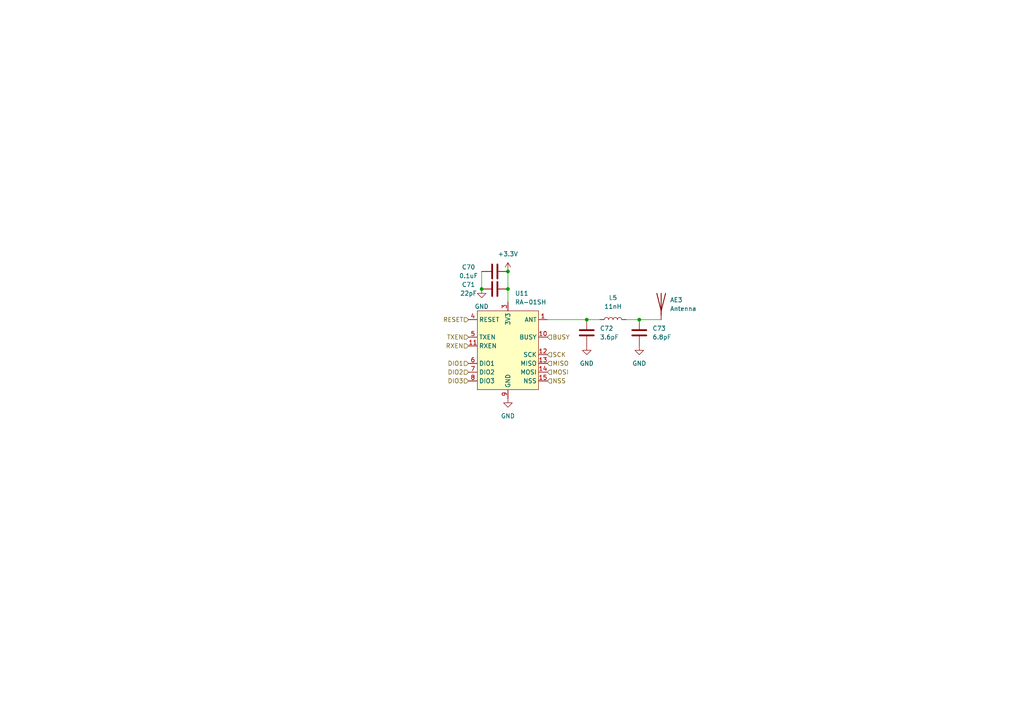
<source format=kicad_sch>
(kicad_sch (version 20211123) (generator eeschema)
  (paper "A4")
  (lib_symbols
    (symbol "Device:Antenna" (pin_numbers hide) (pin_names (offset 1.016) hide)
      (property "Reference" "AE" (at -1.905 1.905 0))
      (property "Value" "Antenna" (at -1.905 0 0))
      (symbol "Antenna_0_1"
        (polyline (pts (xy 0 2.54) (xy 0 -3.81)) (stroke (width 0.254)))
        (polyline (pts (xy 1.27 2.54) (xy 0 -2.54) (xy -1.27 2.54)) (stroke (width 0.254)))
      )
      (symbol "Antenna_1_1"
        (pin input line (at 0 -5.08 90) (length 2.54) (name "A") (number "1"))
      )
    )
    (symbol "Device:C" (pin_numbers hide) (pin_names (offset 0.254))
      (property "Reference" "C" (at 0.635 2.54 0))
      (property "Value" "C" (at 0.635 -2.54 0))
      (symbol "C_0_1"
        (polyline (pts (xy -2.032 -0.762) (xy 2.032 -0.762)) (stroke (width 0.508)))
        (polyline (pts (xy -2.032 0.762) (xy 2.032 0.762)) (stroke (width 0.508)))
      )
      (symbol "C_1_1"
        (pin passive line (at 0 3.81 270) (length 2.794) (name "~") (number "1"))
        (pin passive line (at 0 -3.81 90) (length 2.794) (name "~") (number "2"))
      )
    )
    (symbol "Device:L" (pin_numbers hide) (pin_names (offset 1.016) hide)
      (property "Reference" "L" (at -1.27 0 90))
      (property "Value" "L" (at 1.905 0 90))
      (symbol "L_0_1"
        (arc (start 0 -2.54) (mid 0.635 -1.905) (end 0 -1.27))
        (arc (start 0 -1.27) (mid 0.635 -0.635) (end 0 0))
        (arc (start 0 0) (mid 0.635 0.635) (end 0 1.27))
        (arc (start 0 1.27) (mid 0.635 1.905) (end 0 2.54))
      )
      (symbol "L_1_1"
        (pin passive line (at 0 3.81 270) (length 1.27) (name "1") (number "1"))
        (pin passive line (at 0 -3.81 90) (length 1.27) (name "2") (number "2"))
      )
    )
    (symbol "airsoft_controller:RA-01SH"
      (property "Reference" "U" (at 2.54 15.24 0))
      (property "Value" "RA-01SH" (at 6.35 12.7 0))
      (symbol "RA-01SH_0_0"
        (pin passive line (at 11.43 8.89 180) (length 2.54) (name "ANT") (number "1"))
        (pin output line (at 11.43 3.81 180) (length 2.54) (name "BUSY") (number "10"))
        (pin input line (at -11.43 1.27 0) (length 2.54) (name "RXEN") (number "11"))
        (pin input line (at 11.43 -1.27 180) (length 2.54) (name "SCK") (number "12"))
        (pin output line (at 11.43 -3.81 180) (length 2.54) (name "MISO") (number "13"))
        (pin input line (at 11.43 -6.35 180) (length 2.54) (name "MOSI") (number "14"))
        (pin input line (at 11.43 -8.89 180) (length 2.54) (name "NSS") (number "15"))
        (pin passive line (at 0 -13.97 90) (length 2.54) hide (name "GND") (number "16"))
        (pin passive line (at 0 -13.97 90) (length 2.54) hide (name "GND") (number "2"))
        (pin passive line (at 0 13.97 270) (length 2.54) (name "3V3") (number "3"))
        (pin input line (at -11.43 8.89 0) (length 2.54) (name "RESET") (number "4"))
        (pin input line (at -11.43 3.81 0) (length 2.54) (name "TXEN") (number "5"))
        (pin bidirectional line (at -11.43 -3.81 0) (length 2.54) (name "DIO1") (number "6"))
        (pin bidirectional line (at -11.43 -6.35 0) (length 2.54) (name "DIO2") (number "7"))
        (pin bidirectional line (at -11.43 -8.89 0) (length 2.54) (name "DIO3") (number "8"))
        (pin passive line (at 0 -13.97 90) (length 2.54) (name "GND") (number "9"))
      )
      (symbol "RA-01SH_0_1"
        (rectangle (start -8.89 11.43) (end 8.89 -11.43) (fill (type background)))
      )
    )
    (symbol "power:+3.3V" (power) (pin_names (offset 0))
      (property "Value" "+3.3V" (at 0 3.556 0))
      (symbol "+3.3V_0_1"
        (polyline (pts (xy -0.762 1.27) (xy 0 2.54)))
        (polyline (pts (xy 0 0) (xy 0 2.54)))
        (polyline (pts (xy 0 2.54) (xy 0.762 1.27)))
      )
      (symbol "+3.3V_1_1"
        (pin power_in line (at 0 0 90) (length 0) hide (name "+3.3V") (number "1"))
      )
    )
    (symbol "power:GND" (power) (pin_names (offset 0))
      (property "Value" "GND" (at 0 -3.81 0))
      (symbol "GND_0_1"
        (polyline (pts (xy 0 0) (xy 0 -1.27) (xy 1.27 -1.27) (xy 0 -2.54) (xy -1.27 -1.27) (xy 0 -1.27)))
      )
      (symbol "GND_1_1"
        (pin power_in line (at 0 0 270) (length 0) hide (name "GND") (number "1"))
      )
    )
  )
  (junction (at 147.32 83.82))
  (junction (at 185.42 92.71))
  (junction (at 139.7 83.82))
  (junction (at 170.18 92.71))
  (junction (at 147.32 78.74))
  (wire (pts (xy 147.32 83.82) (xy 147.32 87.63)))
  (wire (pts (xy 158.75 92.71) (xy 170.18 92.71)))
  (wire (pts (xy 185.42 92.71) (xy 191.77 92.71)))
  (wire (pts (xy 147.32 78.74) (xy 147.32 83.82)))
  (wire (pts (xy 181.61 92.71) (xy 185.42 92.71)))
  (wire (pts (xy 139.7 78.74) (xy 139.7 83.82)))
  (wire (pts (xy 170.18 92.71) (xy 173.99 92.71)))
  (hierarchical_label "SCK" (shape input) (at 158.75 102.87 0))
  (hierarchical_label "DIO2" (shape input) (at 135.89 107.95 180))
  (hierarchical_label "RXEN" (shape input) (at 135.89 100.33 180))
  (hierarchical_label "NSS" (shape input) (at 158.75 110.49 0))
  (hierarchical_label "MISO" (shape input) (at 158.75 105.41 0))
  (hierarchical_label "DIO1" (shape input) (at 135.89 105.41 180))
  (hierarchical_label "MOSI" (shape input) (at 158.75 107.95 0))
  (hierarchical_label "TXEN" (shape input) (at 135.89 97.79 180))
  (hierarchical_label "RESET" (shape input) (at 135.89 92.71 180))
  (hierarchical_label "DIO3" (shape input) (at 135.89 110.49 180))
  (hierarchical_label "BUSY" (shape input) (at 158.75 97.79 0))
  (symbol (lib_id "power:GND") (at 147.32 115.57 0) (unit 1)
    (property "Reference" "#PWR087" (effects hide))
    (property "Value" "GND" (at 147.32 120.65 0))
  )
  (symbol (lib_id "Device:C") (at 143.51 83.82 90) (unit 1)
    (property "Reference" "C71" (at 135.89 82.55 90))
    (property "Value" "22pF" (at 135.89 85.09 90))
  )
  (symbol (lib_id "power:GND") (at 170.18 100.33 0) (unit 1)
    (property "Reference" "#PWR088" (effects hide))
    (property "Value" "GND" (at 170.18 105.41 0))
  )
  (symbol (lib_id "Device:C") (at 185.42 96.52 0) (unit 1)
    (property "Reference" "C73" (at 189.23 95.2499 0) (effects (justify left)))
    (property "Value" "6.8pF" (at 189.23 97.7899 0) (effects (justify left)))
  )
  (symbol (lib_id "Device:Antenna") (at 191.77 87.63 0) (unit 1)
    (property "Reference" "AE3" (at 194.31 86.9949 0) (effects (justify left)))
    (property "Value" "Antenna" (at 194.31 89.5349 0) (effects (justify left)))
  )
  (symbol (lib_id "power:GND") (at 185.42 100.33 0) (unit 1)
    (property "Reference" "#PWR089" (effects hide))
    (property "Value" "GND" (at 185.42 105.41 0))
  )
  (symbol (lib_id "power:GND") (at 139.7 83.82 0) (unit 1)
    (property "Reference" "#PWR085" (effects hide))
    (property "Value" "GND" (at 139.7 88.9 0))
  )
  (symbol (lib_id "Device:C") (at 143.51 78.74 90) (unit 1)
    (property "Reference" "C70" (at 135.89 77.47 90))
    (property "Value" "0.1uF" (at 135.89 80.01 90))
  )
  (symbol (lib_id "Device:C") (at 170.18 96.52 0) (unit 1)
    (property "Reference" "C72" (at 173.99 95.2499 0) (effects (justify left)))
    (property "Value" "3.6pF" (at 173.99 97.7899 0) (effects (justify left)))
  )
  (symbol (lib_id "power:+3.3V") (at 147.32 78.74 0) (unit 1)
    (property "Reference" "#PWR086" (effects hide))
    (property "Value" "+3.3V" (at 147.32 73.66 0))
  )
  (symbol (lib_id "Device:L") (at 177.8 92.71 90) (unit 1)
    (property "Reference" "L5" (at 177.8 86.36 90))
    (property "Value" "11nH" (at 177.8 88.9 90))
  )
  (symbol (lib_id "airsoft_controller:RA-01SH") (at 147.32 101.6 0) (unit 1)
    (property "Reference" "U11" (at 149.3394 85.09 0) (effects (justify left)))
    (property "Value" "RA-01SH" (at 149.3394 87.63 0) (effects (justify left)))
    (property "Datasheet" "https://docs.ai-thinker.com/_media/lora/docs/ra-01sh_specification.pdf" (effects hide))
  )
)
</source>
